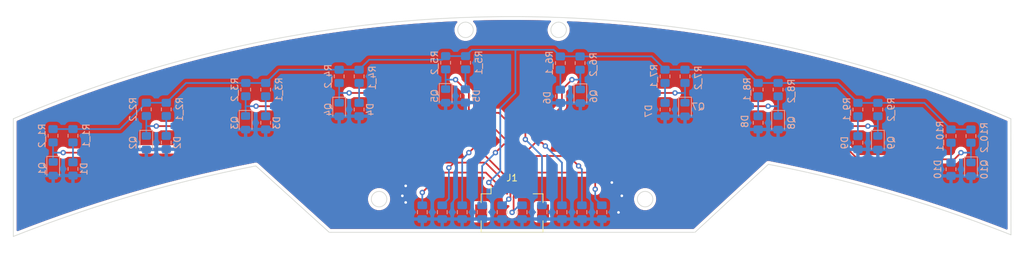
<source format=kicad_pcb>
(kicad_pcb (version 20211014) (generator pcbnew)
  (layers (0 "F.Cu" signal) (31 "B.Cu" signal) (34 "B.Paste" user) (35 "F.Paste" user) (36 "B.SilkS" user "B.Silkscreen") (37 "F.SilkS" user "F.Silkscreen") (38 "B.Mask" user) (39 "F.Mask" user) (44 "Edge.Cuts" user))
  (net 0 "")
  (net 1 "GND")
  (net 2 "IN4")
  (net 3 "IN5")
  (net 4 "IN3")
  (net 5 "IN6")
  (net 6 "IN2")
  (net 7 "IN7")
  (net 8 "IN1")
  (net 9 "IN8")
  (net 10 "IN0")
  (net 11 "IN9")
  (net 12 "Net-(D1-Pad2)")
  (net 13 "Net-(D2-Pad2)")
  (net 14 "Net-(D3-Pad2)")
  (net 15 "Net-(D4-Pad2)")
  (net 16 "Net-(D5-Pad2)")
  (net 17 "Net-(D6-Pad2)")
  (net 18 "Net-(D7-Pad2)")
  (net 19 "Net-(D8-Pad2)")
  (net 20 "Net-(D9-Pad2)")
  (net 21 "Net-(D10-Pad2)")
  (net 22 "+3.3V")
  (footprint "Connector_FFC-FPC:Hirose_FH12-12S-0.5SH_1x12-1MP_P0.50mm_Horizontal" (layer "F.Cu") (at 145 58)
    (fp_text reference "J1" (at 0 -3.7) (layer "F.SilkS"))
    (fp_text value "OUTPUT")
    (pad "1" smd rect (at -2.75 -1.85) (size 0.3 1.3) (layers "F.Cu" "F.Paste" "F.Mask") (net 22 "+3.3V"))
    (pad "2" smd rect (at -2.25 -1.85) (size 0.3 1.3) (layers "F.Cu" "F.Paste" "F.Mask") (net 10 "IN0"))
    (pad "3" smd rect (at -1.75 -1.85) (size 0.3 1.3) (layers "F.Cu" "F.Paste" "F.Mask") (net 8 "IN1"))
    (pad "4" smd rect (at -1.25 -1.85) (size 0.3 1.3) (layers "F.Cu" "F.Paste" "F.Mask") (net 6 "IN2"))
    (pad "5" smd rect (at -0.75 -1.85) (size 0.3 1.3) (layers "F.Cu" "F.Paste" "F.Mask") (net 4 "IN3"))
    (pad "6" smd rect (at -0.25 -1.85) (size 0.3 1.3) (layers "F.Cu" "F.Paste" "F.Mask") (net 2 "IN4"))
    (pad "7" smd rect (at 0.25 -1.85) (size 0.3 1.3) (layers "F.Cu" "F.Paste" "F.Mask") (net 3 "IN5"))
    (pad "8" smd rect (at 0.75 -1.85) (size 0.3 1.3) (layers "F.Cu" "F.Paste" "F.Mask") (net 5 "IN6"))
    (pad "9" smd rect (at 1.25 -1.85) (size 0.3 1.3) (layers "F.Cu" "F.Paste" "F.Mask") (net 7 "IN7"))
    (pad "10" smd rect (at 1.75 -1.85) (size 0.3 1.3) (layers "F.Cu" "F.Paste" "F.Mask") (net 9 "IN8"))
    (pad "11" smd rect (at 2.25 -1.85) (size 0.3 1.3) (layers "F.Cu" "F.Paste" "F.Mask") (net 11 "IN9"))
    (pad "12" smd rect (at 2.75 -1.85) (size 0.3 1.3) (layers "F.Cu" "F.Paste" "F.Mask") (net 1 "GND"))
    (pad "MP" smd rect (at -4.65 1.4) (size 1.8 2.2) (layers "F.Cu" "F.Paste" "F.Mask"))
    (pad "MP" smd rect (at 4.65 1.4) (size 1.8 2.2) (layers "F.Cu" "F.Paste" "F.Mask"))
  )
  (footprint "Resistor_SMD:R_0805_2012Metric_Pad1.20x1.40mm_HandSolder" (layer "B.Cu") (at 78.975 47.947936 -90)
    (fp_text reference "R1_1" (at 0 -2 90) (layer "B.SilkS") (effects (justify mirror)))
    (fp_text value "R330")
    (pad "1" smd roundrect (at -1 0 270) (size 1.2 1.4) (layers "B.Cu" "B.Paste" "B.Mask") (roundrect_rratio 0.2083333333) (net 22 "+3.3V"))
    (pad "2" smd roundrect (at 1 0 270) (size 1.2 1.4) (layers "B.Cu" "B.Paste" "B.Mask") (roundrect_rratio 0.2083333333) (net 12 "Net-(D1-Pad2)"))
  )
  (footprint "LED_SMD:LED_0805_2012Metric_Pad1.15x1.40mm_HandSolder" (layer "B.Cu") (at 135.01 41.95 -90)
    (fp_text reference "Q5" (at 0 1.65 90) (layer "B.SilkS") (effects (justify mirror)))
    (fp_text value "Q_Photo_NPN")
    (pad "1" smd roundrect (at -1.025 0 270) (size 1.15 1.4) (layers "B.Cu" "B.Paste" "B.Mask") (roundrect_rratio 0.2173913043) (net 2 "IN4"))
    (pad "2" smd roundrect (at 1.025 0 270) (size 1.15 1.4) (layers "B.Cu" "B.Paste" "B.Mask") (roundrect_rratio 0.2173913043) (net 1 "GND"))
  )
  (footprint "Resistor_SMD:R_0805_2012Metric_Pad1.20x1.40mm_HandSolder" (layer "B.Cu") (at 197 44 -90)
    (fp_text reference "R9_1" (at 0 1.65 90) (layer "B.SilkS") (effects (justify mirror)))
    (fp_text value "R330")
    (pad "1" smd roundrect (at -1 0 270) (size 1.2 1.4) (layers "B.Cu" "B.Paste" "B.Mask") (roundrect_rratio 0.2083333333) (net 22 "+3.3V"))
    (pad "2" smd roundrect (at 1 0 270) (size 1.2 1.4) (layers "B.Cu" "B.Paste" "B.Mask") (roundrect_rratio 0.2083333333) (net 20 "Net-(D9-Pad2)"))
  )
  (footprint "Resistor_SMD:R_0805_2012Metric_Pad1.20x1.40mm_HandSolder" (layer "B.Cu") (at 93 43.975 -90)
    (fp_text reference "R2_1" (at 0 -2 90) (layer "B.SilkS") (effects (justify mirror)))
    (fp_text value "R330")
    (pad "1" smd roundrect (at -1 0 270) (size 1.2 1.4) (layers "B.Cu" "B.Paste" "B.Mask") (roundrect_rratio 0.2083333333) (net 22 "+3.3V"))
    (pad "2" smd roundrect (at 1 0 270) (size 1.2 1.4) (layers "B.Cu" "B.Paste" "B.Mask") (roundrect_rratio 0.2083333333) (net 13 "Net-(D2-Pad2)"))
  )
  (footprint "Resistor_SMD:R_0805_2012Metric_Pad1.20x1.40mm_HandSolder" (layer "B.Cu") (at 75.975 47.947936 -90)
    (fp_text reference "R1_2" (at 0 1.65 90) (layer "B.SilkS") (effects (justify mirror)))
    (fp_text value "R330")
    (pad "1" smd roundrect (at -1 0 270) (size 1.2 1.4) (layers "B.Cu" "B.Paste" "B.Mask") (roundrect_rratio 0.2083333333) (net 22 "+3.3V"))
    (pad "2" smd roundrect (at 1 0 270) (size 1.2 1.4) (layers "B.Cu" "B.Paste" "B.Mask") (roundrect_rratio 0.2083333333) (net 10 "IN0"))
  )
  (footprint "LED_SMD:LED_0805_2012Metric_Pad1.15x1.40mm_HandSolder" (layer "B.Cu") (at 200 49 -90)
    (fp_text reference "Q9" (at 0 -2 90) (layer "B.SilkS") (effects (justify mirror)))
    (fp_text value "Q_Photo_NPN")
    (pad "1" smd roundrect (at -1.025 0 270) (size 1.15 1.4) (layers "B.Cu" "B.Paste" "B.Mask") (roundrect_rratio 0.2173913043) (net 9 "IN8"))
    (pad "2" smd roundrect (at 1.025 0 270) (size 1.15 1.4) (layers "B.Cu" "B.Paste" "B.Mask") (roundrect_rratio 0.2173913043) (net 1 "GND"))
  )
  (footprint "Resistor_SMD:R_0805_2012Metric_Pad1.20x1.40mm_HandSolder" (layer "B.Cu") (at 78.975 52.947936 90)
    (fp_text reference "D1" (at 0 1.65 90) (layer "B.SilkS") (effects (justify mirror)))
    (fp_text value "LED")
    (pad "1" smd roundrect (at -1 0 90) (size 1.2 1.4) (layers "B.Cu" "B.Paste" "B.Mask") (roundrect_rratio 0.2083333333) (net 1 "GND"))
    (pad "2" smd roundrect (at 1 0 90) (size 1.2 1.4) (layers "B.Cu" "B.Paste" "B.Mask") (roundrect_rratio 0.2083333333) (net 12 "Net-(D1-Pad2)"))
  )
  (footprint "Resistor_SMD:R_0805_2012Metric_Pad1.20x1.40mm_HandSolder" (layer "B.Cu") (at 171 39 -90)
    (fp_text reference "R7_2" (at 0.227064 -2 90) (layer "B.SilkS") (effects (justify mirror)))
    (fp_text value "R330")
    (pad "1" smd roundrect (at -1 0 270) (size 1.2 1.4) (layers "B.Cu" "B.Paste" "B.Mask") (roundrect_rratio 0.2083333333) (net 22 "+3.3V"))
    (pad "2" smd roundrect (at 1 0 270) (size 1.2 1.4) (layers "B.Cu" "B.Paste" "B.Mask") (roundrect_rratio 0.2083333333) (net 5 "IN6"))
  )
  (footprint "LED_SMD:LED_0805_2012Metric_Pad1.15x1.40mm_HandSolder" (layer "B.Cu") (at 90 49 -90)
    (fp_text reference "Q2" (at 0 2 90) (layer "B.SilkS") (effects (justify mirror)))
    (fp_text value "Q_Photo_NPN")
    (pad "1" smd roundrect (at -1.025 0 270) (size 1.15 1.4) (layers "B.Cu" "B.Paste" "B.Mask") (roundrect_rratio 0.2173913043) (net 8 "IN1"))
    (pad "2" smd roundrect (at 1.025 0 270) (size 1.15 1.4) (layers "B.Cu" "B.Paste" "B.Mask") (roundrect_rratio 0.2173913043) (net 1 "GND"))
  )
  (footprint "Resistor_SMD:R_0805_2012Metric_Pad1.20x1.40mm_HandSolder" (layer "B.Cu") (at 138.01 36.95 -90)
    (fp_text reference "R5_1" (at 0 -2 90) (layer "B.SilkS") (effects (justify mirror)))
    (fp_text value "R330")
    (pad "1" smd roundrect (at -1 0 270) (size 1.2 1.4) (layers "B.Cu" "B.Paste" "B.Mask") (roundrect_rratio 0.2083333333) (net 22 "+3.3V"))
    (pad "2" smd roundrect (at 1 0 270) (size 1.2 1.4) (layers "B.Cu" "B.Paste" "B.Mask") (roundrect_rratio 0.2083333333) (net 16 "Net-(D5-Pad2)"))
  )
  (footprint "Capacitor_SMD:C_0805_2012Metric_Pad1.18x1.45mm_HandSolder" (layer "B.Cu") (at 158.5 59.4625 -90)
    (fp_text reference "C10" hide)
    (fp_text value "10n")
    (pad "1" smd roundrect (at -1.0375 0 270) (size 1.175 1.45) (layers "B.Cu" "B.Paste" "B.Mask") (roundrect_rratio 0.2127659574) (net 11 "IN9"))
    (pad "2" smd roundrect (at 1.0375 0 270) (size 1.175 1.45) (layers "B.Cu" "B.Paste" "B.Mask") (roundrect_rratio 0.2127659574) (net 1 "GND"))
  )
  (footprint "Resistor_SMD:R_0805_2012Metric_Pad1.20x1.40mm_HandSolder" (layer "B.Cu") (at 107.95 41 -90)
    (fp_text reference "R3_1" (at 0 -2 90) (layer "B.SilkS") (effects (justify mirror)))
    (fp_text value "R330")
    (pad "1" smd roundrect (at -1 0 270) (size 1.2 1.4) (layers "B.Cu" "B.Paste" "B.Mask") (roundrect_rratio 0.2083333333) (net 22 "+3.3V"))
    (pad "2" smd roundrect (at 1 0 270) (size 1.2 1.4) (layers "B.Cu" "B.Paste" "B.Mask") (roundrect_rratio 0.2083333333) (net 14 "Net-(D3-Pad2)"))
  )
  (footprint "Resistor_SMD:R_0805_2012Metric_Pad1.20x1.40mm_HandSolder" (layer "B.Cu") (at 182 41 -90)
    (fp_text reference "R8_1" (at 0 1.65 90) (layer "B.SilkS") (effects (justify mirror)))
    (fp_text value "R330")
    (pad "1" smd roundrect (at -1 0 270) (size 1.2 1.4) (layers "B.Cu" "B.Paste" "B.Mask") (roundrect_rratio 0.2083333333) (net 22 "+3.3V"))
    (pad "2" smd roundrect (at 1 0 270) (size 1.2 1.4) (layers "B.Cu" "B.Paste" "B.Mask") (roundrect_rratio 0.2083333333) (net 19 "Net-(D8-Pad2)"))
  )
  (footprint "LED_SMD:LED_0805_2012Metric_Pad1.15x1.40mm_HandSolder" (layer "B.Cu") (at 185 46 -90)
    (fp_text reference "Q8" (at 0 -2 90) (layer "B.SilkS") (effects (justify mirror)))
    (fp_text value "Q_Photo_NPN")
    (pad "1" smd roundrect (at -1.025 0 270) (size 1.15 1.4) (layers "B.Cu" "B.Paste" "B.Mask") (roundrect_rratio 0.2173913043) (net 7 "IN7"))
    (pad "2" smd roundrect (at 1.025 0 270) (size 1.15 1.4) (layers "B.Cu" "B.Paste" "B.Mask") (roundrect_rratio 0.2173913043) (net 1 "GND"))
  )
  (footprint "Capacitor_SMD:C_0805_2012Metric_Pad1.18x1.45mm_HandSolder" (layer "B.Cu") (at 152.5 59.4625 -90)
    (fp_text reference "C8" hide)
    (fp_text value "10n")
    (pad "1" smd roundrect (at -1.0375 0 270) (size 1.175 1.45) (layers "B.Cu" "B.Paste" "B.Mask") (roundrect_rratio 0.2127659574) (net 7 "IN7"))
    (pad "2" smd roundrect (at 1.0375 0 270) (size 1.175 1.45) (layers "B.Cu" "B.Paste" "B.Mask") (roundrect_rratio 0.2127659574) (net 1 "GND"))
  )
  (footprint "Resistor_SMD:R_0805_2012Metric_Pad1.20x1.40mm_HandSolder" (layer "B.Cu") (at 135.01 36.95 -90)
    (fp_text reference "R5_2" (at 0 1.65 90) (layer "B.SilkS") (effects (justify mirror)))
    (fp_text value "R330")
    (pad "1" smd roundrect (at -1 0 270) (size 1.2 1.4) (layers "B.Cu" "B.Paste" "B.Mask") (roundrect_rratio 0.2083333333) (net 22 "+3.3V"))
    (pad "2" smd roundrect (at 1 0 270) (size 1.2 1.4) (layers "B.Cu" "B.Paste" "B.Mask") (roundrect_rratio 0.2083333333) (net 2 "IN4"))
  )
  (footprint "Resistor_SMD:R_0805_2012Metric_Pad1.20x1.40mm_HandSolder" (layer "B.Cu") (at 168 39 -90)
    (fp_text reference "R7_1" (at 0 1.65 90) (layer "B.SilkS") (effects (justify mirror)))
    (fp_text value "R330")
    (pad "1" smd roundrect (at -1 0 270) (size 1.2 1.4) (layers "B.Cu" "B.Paste" "B.Mask") (roundrect_rratio 0.2083333333) (net 22 "+3.3V"))
    (pad "2" smd roundrect (at 1 0 270) (size 1.2 1.4) (layers "B.Cu" "B.Paste" "B.Mask") (roundrect_rratio 0.2083333333) (net 18 "Net-(D7-Pad2)"))
  )
  (footprint "Capacitor_SMD:C_0805_2012Metric_Pad1.18x1.45mm_HandSolder" (layer "B.Cu") (at 155.5 59.4625 -90)
    (fp_text reference "C9" hide)
    (fp_text value "10n")
    (pad "1" smd roundrect (at -1.0375 0 270) (size 1.175 1.45) (layers "B.Cu" "B.Paste" "B.Mask") (roundrect_rratio 0.2127659574) (net 9 "IN8"))
    (pad "2" smd roundrect (at 1.0375 0 270) (size 1.175 1.45) (layers "B.Cu" "B.Paste" "B.Mask") (roundrect_rratio 0.2127659574) (net 1 "GND"))
  )
  (footprint "Resistor_SMD:R_0805_2012Metric_Pad1.20x1.40mm_HandSolder" (layer "B.Cu") (at 197 49 90)
    (fp_text reference "D9" (at 0 -2 90) (layer "B.SilkS") (effects (justify mirror)))
    (fp_text value "LED")
    (pad "1" smd roundrect (at -1 0 90) (size 1.2 1.4) (layers "B.Cu" "B.Paste" "B.Mask") (roundrect_rratio 0.2083333333) (net 1 "GND"))
    (pad "2" smd roundrect (at 1 0 90) (size 1.2 1.4) (layers "B.Cu" "B.Paste" "B.Mask") (roundrect_rratio 0.2083333333) (net 20 "Net-(D9-Pad2)"))
  )
  (footprint "Capacitor_SMD:C_0805_2012Metric_Pad1.18x1.45mm_HandSolder" (layer "B.Cu") (at 140.5 59.4625 -90)
    (fp_text reference "C4" hide)
    (fp_text value "10n")
    (pad "1" smd roundrect (at -1.0375 0 270) (size 1.175 1.45) (layers "B.Cu" "B.Paste" "B.Mask") (roundrect_rratio 0.2127659574) (net 4 "IN3"))
    (pad "2" smd roundrect (at 1.0375 0 270) (size 1.175 1.45) (layers "B.Cu" "B.Paste" "B.Mask") (roundrect_rratio 0.2127659574) (net 1 "GND"))
  )
  (footprint "Resistor_SMD:R_0805_2012Metric_Pad1.20x1.40mm_HandSolder" (layer "B.Cu") (at 185 41 -90)
    (fp_text reference "R8_2" (at 0.227064 -2 90) (layer "B.SilkS") (effects (justify mirror)))
    (fp_text value "R330")
    (pad "1" smd roundrect (at -1 0 270) (size 1.2 1.4) (layers "B.Cu" "B.Paste" "B.Mask") (roundrect_rratio 0.2083333333) (net 22 "+3.3V"))
    (pad "2" smd roundrect (at 1 0 270) (size 1.2 1.4) (layers "B.Cu" "B.Paste" "B.Mask") (roundrect_rratio 0.2083333333) (net 7 "IN7"))
  )
  (footprint "LED_SMD:LED_0805_2012Metric_Pad1.15x1.40mm_HandSolder" (layer "B.Cu") (at 119 44 -90)
    (fp_text reference "Q4" (at 0 1.65 90) (layer "B.SilkS") (effects (justify mirror)))
    (fp_text value "Q_Photo_NPN")
    (pad "1" smd roundrect (at -1.025 0 270) (size 1.15 1.4) (layers "B.Cu" "B.Paste" "B.Mask") (roundrect_rratio 0.2173913043) (net 4 "IN3"))
    (pad "2" smd roundrect (at 1.025 0 270) (size 1.15 1.4) (layers "B.Cu" "B.Paste" "B.Mask") (roundrect_rratio 0.2173913043) (net 1 "GND"))
  )
  (footprint "Resistor_SMD:R_0805_2012Metric_Pad1.20x1.40mm_HandSolder" (layer "B.Cu") (at 104.95 41 -90)
    (fp_text reference "R3_2" (at 0 1.65 90) (layer "B.SilkS") (effects (justify mirror)))
    (fp_text value "R330")
    (pad "1" smd roundrect (at -1 0 270) (size 1.2 1.4) (layers "B.Cu" "B.Paste" "B.Mask") (roundrect_rratio 0.2083333333) (net 22 "+3.3V"))
    (pad "2" smd roundrect (at 1 0 270) (size 1.2 1.4) (layers "B.Cu" "B.Paste" "B.Mask") (roundrect_rratio 0.2083333333) (net 6 "IN2"))
  )
  (footprint "Resistor_SMD:R_0805_2012Metric_Pad1.20x1.40mm_HandSolder" (layer "B.Cu") (at 211 48 -90)
    (fp_text reference "R10_1" (at 0 1.65 90) (layer "B.SilkS") (effects (justify mirror)))
    (fp_text value "R330")
    (pad "1" smd roundrect (at -1 0 270) (size 1.2 1.4) (layers "B.Cu" "B.Paste" "B.Mask") (roundrect_rratio 0.2083333333) (net 22 "+3.3V"))
    (pad "2" smd roundrect (at 1 0 270) (size 1.2 1.4) (layers "B.Cu" "B.Paste" "B.Mask") (roundrect_rratio 0.2083333333) (net 21 "Net-(D10-Pad2)"))
  )
  (footprint "Capacitor_SMD:C_0805_2012Metric_Pad1.18x1.45mm_HandSolder" (layer "B.Cu") (at 146.5 59.4625 -90)
    (fp_text reference "C6" hide)
    (fp_text value "10n")
    (pad "1" smd roundrect (at -1.0375 0 270) (size 1.175 1.45) (layers "B.Cu" "B.Paste" "B.Mask") (roundrect_rratio 0.2127659574) (net 3 "IN5"))
    (pad "2" smd roundrect (at 1.0375 0 270) (size 1.175 1.45) (layers "B.Cu" "B.Paste" "B.Mask") (roundrect_rratio 0.2127659574) (net 1 "GND"))
  )
  (footprint "LED_SMD:LED_0805_2012Metric_Pad1.15x1.40mm_HandSolder" (layer "B.Cu") (at 155.265 42 -90)
    (fp_text reference "Q6" (at 0 -2 90) (layer "B.SilkS") (effects (justify mirror)))
    (fp_text value "Q_Photo_NPN")
    (pad "1" smd roundrect (at -1.025 0 270) (size 1.15 1.4) (layers "B.Cu" "B.Paste" "B.Mask") (roundrect_rratio 0.2173913043) (net 3 "IN5"))
    (pad "2" smd roundrect (at 1.025 0 270) (size 1.15 1.4) (layers "B.Cu" "B.Paste" "B.Mask") (roundrect_rratio 0.2173913043) (net 1 "GND"))
  )
  (footprint "LED_SMD:LED_0805_2012Metric_Pad1.15x1.40mm_HandSolder" (layer "B.Cu") (at 171 44 -90)
    (fp_text reference "Q7" (at -0.43 -2) (layer "B.SilkS") (effects (justify mirror)))
    (fp_text value "Q_Photo_NPN")
    (pad "1" smd roundrect (at -1.025 0 270) (size 1.15 1.4) (layers "B.Cu" "B.Paste" "B.Mask") (roundrect_rratio 0.2173913043) (net 5 "IN6"))
    (pad "2" smd roundrect (at 1.025 0 270) (size 1.15 1.4) (layers "B.Cu" "B.Paste" "B.Mask") (roundrect_rratio 0.2173913043) (net 1 "GND"))
  )
  (footprint "Resistor_SMD:R_0805_2012Metric_Pad1.20x1.40mm_HandSolder" (layer "B.Cu") (at 200 44 -90)
    (fp_text reference "R9_2" (at 0 -2 90) (layer "B.SilkS") (effects (justify mirror)))
    (fp_text value "R330")
    (pad "1" smd roundrect (at -1 0 270) (size 1.2 1.4) (layers "B.Cu" "B.Paste" "B.Mask") (roundrect_rratio 0.2083333333) (net 22 "+3.3V"))
    (pad "2" smd roundrect (at 1 0 270) (size 1.2 1.4) (layers "B.Cu" "B.Paste" "B.Mask") (roundrect_rratio 0.2083333333) (net 9 "IN8"))
  )
  (footprint "Capacitor_SMD:C_0805_2012Metric_Pad1.18x1.45mm_HandSolder" (layer "B.Cu") (at 131.5 59.4625 -90)
    (fp_text reference "C1" hide)
    (fp_text value "10n")
    (pad "1" smd roundrect (at -1.0375 0 270) (size 1.175 1.45) (layers "B.Cu" "B.Paste" "B.Mask") (roundrect_rratio 0.2127659574) (net 10 "IN0"))
    (pad "2" smd roundrect (at 1.0375 0 270) (size 1.175 1.45) (layers "B.Cu" "B.Paste" "B.Mask") (roundrect_rratio 0.2127659574) (net 1 "GND"))
  )
  (footprint "Capacitor_SMD:C_0805_2012Metric_Pad1.18x1.45mm_HandSolder" (layer "B.Cu") (at 134.5 59.4625 -90)
    (fp_text reference "C2" hide)
    (fp_text value "10n")
    (pad "1" smd roundrect (at -1.0375 0 270) (size 1.175 1.45) (layers "B.Cu" "B.Paste" "B.Mask") (roundrect_rratio 0.2127659574) (net 8 "IN1"))
    (pad "2" smd roundrect (at 1.0375 0 270) (size 1.175 1.45) (layers "B.Cu" "B.Paste" "B.Mask") (roundrect_rratio 0.2127659574) (net 1 "GND"))
  )
  (footprint "Resistor_SMD:R_0805_2012Metric_Pad1.20x1.40mm_HandSolder" (layer "B.Cu") (at 90 43.975 -90)
    (fp_text reference "R2_2" (at 0 2 90) (layer "B.SilkS") (effects (justify mirror)))
    (fp_text value "R330")
    (pad "1" smd roundrect (at -1 0 270) (size 1.2 1.4) (layers "B.Cu" "B.Paste" "B.Mask") (roundrect_rratio 0.2083333333) (net 22 "+3.3V"))
    (pad "2" smd roundrect (at 1 0 270) (size 1.2 1.4) (layers "B.Cu" "B.Paste" "B.Mask") (roundrect_rratio 0.2083333333) (net 8 "IN1"))
  )
  (footprint "LED_SMD:LED_0805_2012Metric_Pad1.15x1.40mm_HandSolder" (layer "B.Cu") (at 104.935 46 -90)
    (fp_text reference "Q3" (at 0 1.65 90) (layer "B.SilkS") (effects (justify mirror)))
    (fp_text value "Q_Photo_NPN")
    (pad "1" smd roundrect (at -1.025 0 270) (size 1.15 1.4) (layers "B.Cu" "B.Paste" "B.Mask") (roundrect_rratio 0.2173913043) (net 6 "IN2"))
    (pad "2" smd roundrect (at 1.025 0 270) (size 1.15 1.4) (layers "B.Cu" "B.Paste" "B.Mask") (roundrect_rratio 0.2173913043) (net 1 "GND"))
  )
  (footprint "Resistor_SMD:R_0805_2012Metric_Pad1.20x1.40mm_HandSolder" (layer "B.Cu") (at 152.265 42 90)
    (fp_text reference "D6" (at -0.227064 -2 90) (layer "B.SilkS") (effects (justify mirror)))
    (fp_text value "LED")
    (pad "1" smd roundrect (at -1 0 90) (size 1.2 1.4) (layers "B.Cu" "B.Paste" "B.Mask") (roundrect_rratio 0.2083333333) (net 1 "GND"))
    (pad "2" smd roundrect (at 1 0 90) (size 1.2 1.4) (layers "B.Cu" "B.Paste" "B.Mask") (roundrect_rratio 0.2083333333) (net 17 "Net-(D6-Pad2)"))
  )
  (footprint "Capacitor_SMD:C_0805_2012Metric_Pad1.18x1.45mm_HandSolder" (layer "B.Cu") (at 137.5 59.4625 -90)
    (fp_text reference "C3" hide)
    (fp_text value "10n")
    (pad "1" smd roundrect (at -1.0375 0 270) (size 1.175 1.45) (layers "B.Cu" "B.Paste" "B.Mask") (roundrect_rratio 0.2127659574) (net 6 "IN2"))
    (pad "2" smd roundrect (at 1.0375 0 270) (size 1.175 1.45) (layers "B.Cu" "B.Paste" "B.Mask") (roundrect_rratio 0.2127659574) (net 1 "GND"))
  )
  (footprint "LED_SMD:LED_0805_2012Metric_Pad1.15x1.40mm_HandSolder" (layer "B.Cu") (at 214 53 -90)
    (fp_text reference "Q10" (at 0.025 -2 90) (layer "B.SilkS") (effects (justify mirror)))
    (fp_text value "Q_Photo_NPN")
    (pad "1" smd roundrect (at -1.025 0 270) (size 1.15 1.4) (layers "B.Cu" "B.Paste" "B.Mask") (roundrect_rratio 0.2173913043) (net 11 "IN9"))
    (pad "2" smd roundrect (at 1.025 0 270) (size 1.15 1.4) (layers "B.Cu" "B.Paste" "B.Mask") (roundrect_rratio 0.2173913043) (net 1 "GND"))
  )
  (footprint "LED_SMD:LED_0805_2012Metric_Pad1.15x1.40mm_HandSolder" (layer "B.Cu") (at 76 52.922936 -90)
    (fp_text reference "Q1" (at 0 1.65 90) (layer "B.SilkS") (effects (justify mirror)))
    (fp_text value "Q_Photo_NPN")
    (pad "1" smd roundrect (at -1.025 0 270) (size 1.15 1.4) (layers "B.Cu" "B.Paste" "B.Mask") (roundrect_rratio 0.2173913043) (net 10 "IN0"))
    (pad "2" smd roundrect (at 1.025 0 270) (size 1.15 1.4) (layers "B.Cu" "B.Paste" "B.Mask") (roundrect_rratio 0.2173913043) (net 1 "GND"))
  )
  (footprint "Resistor_SMD:R_0805_2012Metric_Pad1.20x1.40mm_HandSolder" (layer "B.Cu") (at 119 39 -90)
    (fp_text reference "R4_2" (at 0 1.65 90) (layer "B.SilkS") (effects (justify mirror)))
    (fp_text value "R330")
    (pad "1" smd roundrect (at -1 0 270) (size 1.2 1.4) (layers "B.Cu" "B.Paste" "B.Mask") (roundrect_rratio 0.2083333333) (net 22 "+3.3V"))
    (pad "2" smd roundrect (at 1 0 270) (size 1.2 1.4) (layers "B.Cu" "B.Paste" "B.Mask") (roundrect_rratio 0.2083333333) (net 4 "IN3"))
  )
  (footprint "Capacitor_SMD:C_0805_2012Metric_Pad1.18x1.45mm_HandSolder" (layer "B.Cu") (at 143.5 59.4625 90)
    (fp_text reference "C5" hide)
    (fp_text value "10n")
    (pad "1" smd roundrect (at -1.0375 0 90) (size 1.175 1.45) (layers "B.Cu" "B.Paste" "B.Mask") (roundrect_rratio 0.2127659574) (net 1 "GND"))
    (pad "2" smd roundrect (at 1.0375 0 90) (size 1.175 1.45) (layers "B.Cu" "B.Paste" "B.Mask") (roundrect_rratio 0.2127659574) (net 2 "IN4"))
  )
  (footprint "Resistor_SMD:R_0805_2012Metric_Pad1.20x1.40mm_HandSolder" (layer "B.Cu") (at 168 44 90)
    (fp_text reference "D7" (at -0.227064 -2.47 90) (layer "B.SilkS") (effects (justify mirror)))
    (fp_text value "LED")
    (pad "1" smd roundrect (at -1 0 90) (size 1.2 1.4) (layers "B.Cu" "B.Paste" "B.Mask") (roundrect_rratio 0.2083333333) (net 1 "GND"))
    (pad "2" smd roundrect (at 1 0 90) (size 1.2 1.4) (layers "B.Cu" "B.Paste" "B.Mask") (roundrect_rratio 0.2083333333) (net 18 "Net-(D7-Pad2)"))
  )
  (footprint "Resistor_SMD:R_0805_2012Metric_Pad1.20x1.40mm_HandSolder" (layer "B.Cu") (at 122 44 90)
    (fp_text reference "D4" (at 0 1.65 90) (layer "B.SilkS") (effects (justify mirror)))
    (fp_text value "LED")
    (pad "1" smd roundrect (at -1 0 90) (size 1.2 1.4) (layers "B.Cu" "B.Paste" "B.Mask") (roundrect_rratio 0.2083333333) (net 1 "GND"))
    (pad "2" smd roundrect (at 1 0 90) (size 1.2 1.4) (layers "B.Cu" "B.Paste" "B.Mask") (roundrect_rratio 0.2083333333) (net 15 "Net-(D4-Pad2)"))
  )
  (footprint "Resistor_SMD:R_0805_2012Metric_Pad1.20x1.40mm_HandSolder" (layer "B.Cu") (at 155.225 37 -90)
    (fp_text reference "R6_2" (at 0.227064 -2 90) (layer "B.SilkS") (effects (justify mirror)))
    (fp_text value "R330")
    (pad "1" smd roundrect (at -1 0 270) (size 1.2 1.4) (layers "B.Cu" "B.Paste" "B.Mask") (roundrect_rratio 0.2083333333) (net 22 "+3.3V"))
    (pad "2" smd roundrect (at 1 0 270) (size 1.2 1.4) (layers "B.Cu" "B.Paste" "B.Mask") (roundrect_rratio 0.2083333333) (net 3 "IN5"))
  )
  (footprint "Resistor_SMD:R_0805_2012Metric_Pad1.20x1.40mm_HandSolder" (layer "B.Cu") (at 107.95 46 90)
    (fp_text reference "D3" (at 0 1.65 90) (layer "B.SilkS") (effects (justify mirror)))
    (fp_text value "LED")
    (pad "1" smd roundrect (at -1 0 90) (size 1.2 1.4) (layers "B.Cu" "B.Paste" "B.Mask") (roundrect_rratio 0.2083333333) (net 1 "GND"))
    (pad "2" smd roundrect (at 1 0 90) (size 1.2 1.4) (layers "B.Cu" "B.Paste" "B.Mask") (roundrect_rratio 0.2083333333) (net 14 "Net-(D3-Pad2)"))
  )
  (footprint "Resistor_SMD:R_0805_2012Metric_Pad1.20x1.40mm_HandSolder" (layer "B.Cu") (at 137.985 41.95 90)
    (fp_text reference "D5" (at 0 1.65 90) (layer "B.SilkS") (effects (justify mirror)))
    (fp_text value "LED")
    (pad "1" smd roundrect (at -1 0 90) (size 1.2 1.4) (layers "B.Cu" "B.Paste" "B.Mask") (roundrect_rratio 0.2083333333) (net 1 "GND"))
    (pad "2" smd roundrect (at 1 0 90) (size 1.2 1.4) (layers "B.Cu" "B.Paste" "B.Mask") (roundrect_rratio 0.2083333333) (net 16 "Net-(D5-Pad2)"))
  )
  (footprint "Resistor_SMD:R_0805_2012Metric_Pad1.20x1.40mm_HandSolder" (layer "B.Cu") (at 122 39 -90)
    (fp_text reference "R4_1" (at 0.227064 -2 90) (layer "B.SilkS") (effects (justify mirror)))
    (fp_text value "330")
    (pad "1" smd roundrect (at -1 0 270) (size 1.2 1.4) (layers "B.Cu" "B.Paste" "B.Mask") (roundrect_rratio 0.2083333333) (net 22 "+3.3V"))
    (pad "2" smd roundrect (at 1 0 270) (size 1.2 1.4) (layers "B.Cu" "B.Paste" "B.Mask") (roundrect_rratio 0.2083333333) (net 15 "Net-(D4-Pad2)"))
  )
  (footprint "Resistor_SMD:R_0805_2012Metric_Pad1.20x1.40mm_HandSolder" (layer "B.Cu") (at 93 48.975 90)
    (fp_text reference "D2" (at 0 1.65 90) (layer "B.SilkS") (effects (justify mirror)))
    (fp_text value "LED")
    (pad "1" smd roundrect (at -1 0 90) (size 1.2 1.4) (layers "B.Cu" "B.Paste" "B.Mask") (roundrect_rratio 0.2083333333) (net 1 "GND"))
    (pad "2" smd roundrect (at 1 0 90) (size 1.2 1.4) (layers "B.Cu" "B.Paste" "B.Mask") (roundrect_rratio 0.2083333333) (net 13 "Net-(D2-Pad2)"))
  )
  (footprint "Resistor_SMD:R_0805_2012Metric_Pad1.20x1.40mm_HandSolder" (layer "B.Cu") (at 211 53 90)
    (fp_text reference "D10" (at 0 -2 90) (layer "B.SilkS") (effects (justify mirror)))
    (fp_text value "LED")
    (pad "1" smd roundrect (at -1 0 90) (size 1.2 1.4) (layers "B.Cu" "B.Paste" "B.Mask") (roundrect_rratio 0.2083333333) (net 1 "GND"))
    (pad "2" smd roundrect (at 1 0 90) (size 1.2 1.4) (layers "B.Cu" "B.Paste" "B.Mask") (roundrect_rratio 0.2083333333) (net 21 "Net-(D10-Pad2)"))
  )
  (footprint "Resistor_SMD:R_0805_2012Metric_Pad1.20x1.40mm_HandSolder" (layer "B.Cu") (at 152.265 37 -90)
    (fp_text reference "R6_1" (at 0 1.65 90) (layer "B.SilkS") (effects (justify mirror)))
    (fp_text value "R330")
    (pad "1" smd roundrect (at -1 0 270) (size 1.2 1.4) (layers "B.Cu" "B.Paste" "B.Mask") (roundrect_rratio 0.2083333333) (net 22 "+3.3V"))
    (pad "2" smd roundrect (at 1 0 270) (size 1.2 1.4) (layers "B.Cu" "B.Paste" "B.Mask") (roundrect_rratio 0.2083333333) (net 17 "Net-(D6-Pad2)"))
  )
  (footprint "Resistor_SMD:R_0805_2012Metric_Pad1.20x1.40mm_HandSolder" (layer "B.Cu") (at 214 48 -90)
    (fp_text reference "R10_2" (at 0.227064 -2 90) (layer "B.SilkS") (effects (justify mirror)))
    (fp_text value "R330")
    (pad "1" smd roundrect (at -1 0 270) (size 1.2 1.4) (layers "B.Cu" "B.Paste" "B.Mask") (roundrect_rratio 0.2083333333) (net 22 "+3.3V"))
    (pad "2" smd roundrect (at 1 0 270) (size 1.2 1.4) (layers "B.Cu" "B.Paste" "B.Mask") (roundrect_rratio 0.2083333333) (net 11 "IN9"))
  )
  (footprint "Resistor_SMD:R_0805_2012Metric_Pad1.20x1.40mm_HandSolder" (layer "B.Cu") (at 182 46 90)
    (fp_text reference "D8" (at 0.227064 -2 90) (layer "B.SilkS") (effects (justify mirror)))
    (fp_text value "LED")
    (pad "1" smd roundrect (at -1 0 90) (size 1.2 1.4) (layers "B.Cu" "B.Paste" "B.Mask") (roundrect_rratio 0.2083333333) (net 1 "GND"))
    (pad "2" smd roundrect (at 1 0 90) (size 1.2 1.4) (layers "B.Cu" "B.Paste" "B.Mask") (roundrect_rratio 0.2083333333) (net 19 "Net-(D8-Pad2)"))
  )
  (footprint "Capacitor_SMD:C_0805_2012Metric_Pad1.18x1.45mm_HandSolder" (layer "B.Cu") (at 149.5 59.4625 -90)
    (fp_text reference "C7" hide)
    (fp_text value "10n")
    (pad "1" smd roundrect (at -1.0375 0 270) (size 1.175 1.45) (layers "B.Cu" "B.Paste" "B.Mask") (roundrect_rratio 0.2127659574) (net 5 "IN6"))
    (pad "2" smd roundrect (at 1.0375 0 270) (size 1.175 1.45) (layers "B.Cu" "B.Paste" "B.Mask") (roundrect_rratio 0.2127659574) (net 1 "GND"))
  )
  (gr_line (start 117.5 62.5) (end 172.5 62.5) (layer "Edge.Cuts") (width 0.1))
  (gr_circle (center 152 32) (end 152.053 30.837) (layer "Edge.Cuts") (width 0.1) (fill none))
  (gr_arc (start 183.541447 52.25508) (mid 202.027675 56.716151) (end 220.017947 62.879909) (layer "Edge.Cuts") (width 0.1))
  (gr_circle (center 138 32) (end 138.053 30.837) (layer "Edge.Cuts") (width 0.1) (fill none))
  (gr_arc (start 70 63.124829) (mid 87.990272 56.961071) (end 106.4765 52.5) (layer "Edge.Cuts") (width 0.1))
  (gr_line (start 172.5 62.5) (end 183.541447 52.25508) (layer "Edge.Cuts") (width 0.1))
  (gr_circle (center 165 57.5) (end 165.053 56.337) (layer "Edge.Cuts") (width 0.1) (fill none))
  (gr_line (start 70 63.124829) (end 70 45.394328) (layer "Edge.Cuts") (width 0.1))
  (gr_line (start 117.5 62.5) (end 106.4765 52.5) (layer "Edge.Cuts") (width 0.1))
  (gr_line (start 220.017947 62.879909) (end 220 45.394328) (layer "Edge.Cuts") (width 0.1))
  (gr_arc (start 70 45.394328) (mid 145 30) (end 220 45.394328) (layer "Edge.Cuts") (width 0.1))
  (gr_circle (center 125 57.5) (end 125.053 56.337) (layer "Edge.Cuts") (width 0.1) (fill none))
  (segment (start 147.75 56.15) (end 147.75 55.75) (width 0.257) (layer "F.Cu") (net 1))
  (segment (start 129 57.5) (end 128.5 57) (width 0.257) (layer "F.Cu") (net 1))
  (segment (start 147.75 56.15) (end 150.15 56.15) (width 0.257) (layer "F.Cu") (net 1))
  (segment (start 151 57) (end 161.5 57) (width 0.257) (layer "F.Cu") (net 1))
  (segment (start 147.75 55.75) (end 148.5 55) (width 0.257) (layer "F.Cu") (net 1))
  (segment (start 150.15 56.15) (end 151 57) (width 0.257) (layer "F.Cu") (net 1))
  (segment (start 129 58) (end 129 57.5) (width 0.257) (layer "F.Cu") (net 1))
  (via (at 128.5 57) (size 0.8) (drill 0.4) (layers "F.Cu" "B.Cu") (net 1))
  (via (at 129 58) (size 0.8) (drill 0.4) (layers "F.Cu" "B.Cu") (net 1))
  (via (at 129 55.5) (size 0.8) (drill 0.4) (layers "F.Cu" "B.Cu") (net 1))
  (via (at 161 59.5) (size 0.8) (drill 0.4) (layers "F.Cu" "B.Cu") (net 1))
  (via (at 161.5 57) (size 0.8) (drill 0.4) (layers "F.Cu" "B.Cu") (net 1))
  (via (at 160 55) (size 0.8) (drill 0.4) (layers "F.Cu" "B.Cu") (net 1))
  (segment (start 130 60.5) (end 129 59.5) (width 0.257) (layer "B.Cu") (net 1))
  (segment (start 161.5 57) (end 161.5 59) (width 0.257) (layer "B.Cu") (net 1))
  (segment (start 131.5 60.5) (end 130 60.5) (width 0.257) (layer "B.Cu") (net 1))
  (segment (start 161.5 57) (end 160 55.5) (width 0.257) (layer "B.Cu") (net 1))
  (segment (start 128.5 57) (end 128.5 56) (width 0.257) (layer "B.Cu") (net 1))
  (segment (start 160 55.5) (end 160 55) (width 0.257) (layer "B.Cu") (net 1))
  (segment (start 128.5 56) (end 129 55.5) (width 0.257) (layer "B.Cu") (net 1))
  (segment (start 161.5 59) (end 161 59.5) (width 0.257) (layer "B.Cu") (net 1))
  (segment (start 129 59.5) (end 129 58) (width 0.257) (layer "B.Cu") (net 1))
  (segment (start 138.5 41.5) (end 138.5 44) (width 0.257) (layer "F.Cu") (net 2))
  (segment (start 144.75 57.25) (end 144.75 56.15) (width 0.257) (layer "F.Cu") (net 2))
  (segment (start 144.75 46.25) (end 144.75 46.75) (width 0.257) (layer "F.Cu") (net 2))
  (segment (start 143 44.5) (end 144.75 46.25) (width 0.257) (layer "F.Cu") (net 2))
  (segment (start 144.5 57.5) (end 144.75 57.25) (width 0.257) (layer "F.Cu") (net 2))
  (segment (start 136.5 39.5) (end 138.5 41.5) (width 0.257) (layer "F.Cu") (net 2))
  (segment (start 144.75 46.75) (end 144.75 56.15) (width 0.257) (layer "F.Cu") (net 2))
  (segment (start 139 44.5) (end 143 44.5) (width 0.257) (layer "F.Cu") (net 2))
  (segment (start 138.5 44) (end 139 44.5) (width 0.257) (layer "F.Cu") (net 2))
  (via (at 136.5 39.5) (size 0.8) (drill 0.4) (layers "F.Cu" "B.Cu") (net 2))
  (via (at 144.5 57.5) (size 0.8) (drill 0.4) (layers "F.Cu" "B.Cu") (net 2))
  (segment (start 143.5 58.425) (end 143.575 58.425) (width 0.257) (layer "B.Cu") (net 2))
  (segment (start 135.01 39.49) (end 135.02 39.5) (width 0.257) (layer "B.Cu") (net 2))
  (segment (start 143.575 58.425) (end 144.5 57.5) (width 0.257) (layer "B.Cu") (net 2))
  (segment (start 135.02 39.5) (end 136.5 39.5) (width 0.257) (layer "B.Cu") (net 2))
  (segment (start 135.01 39.49) (end 135.01 37.95) (width 0.257) (layer "B.Cu") (net 2))
  (segment (start 135.01 40.925) (end 135.01 39.49) (width 0.257) (layer "B.Cu") (net 2))
  (segment (start 145.2285 59.2715) (end 145.2285 57.198245) (width 0.257) (layer "F.Cu") (net 3))
  (segment (start 145.25 57.176745) (end 145.25 56.15) (width 0.257) (layer "F.Cu") (net 3))
  (segment (start 151.5 44.5) (end 147 44.5) (width 0.257) (layer "F.Cu") (net 3))
  (segment (start 152.5 43.5) (end 151.5 44.5) (width 0.257) (layer "F.Cu") (net 3))
  (segment (start 145 59.5) (end 145.2285 59.2715) (width 0.257) (layer "F.Cu") (net 3))
  (segment (start 147 44.5) (end 145.25 46.25) (width 0.257) (layer "F.Cu") (net 3))
  (segment (start 152.5 41) (end 152.5 43.5) (width 0.257) (layer "F.Cu") (net 3))
  (segment (start 145.2285 57.198245) (end 145.25 57.176745) (width 0.257) (layer "F.Cu") (net 3))
  (segment (start 154 39.5) (end 152.5 41) (width 0.257) (layer "F.Cu") (net 3))
  (segment (start 145.25 46.25) (end 145.25 56.15) (width 0.257) (layer "F.Cu") (net 3))
  (via (at 154 39.5) (size 0.8) (drill 0.4) (layers "F.Cu" "B.Cu") (net 3))
  (via (at 145 59.5) (size 0.8) (drill 0.4) (layers "F.Cu" "B.Cu") (net 3))
  (segment (start 146.075 58.425) (end 145 59.5) (width 0.257) (layer "B.Cu") (net 3))
  (segment (start 155.03 39.5) (end 155.265 39.265) (width 0.257) (layer "B.Cu") (net 3))
  (segment (start 155.265 38.04) (end 155.225 38) (width 0.257) (layer "B.Cu") (net 3))
  (segment (start 146.5 58.425) (end 146.075 58.425) (width 0.257) (layer "B.Cu") (net 3))
  (segment (start 154 39.5) (end 155.03 39.5) (width 0.257) (layer "B.Cu") (net 3))
  (segment (start 155.265 40.975) (end 155.265 39.265) (width 0.257) (layer "B.Cu") (net 3))
  (segment (start 155.265 39.265) (end 155.265 38.04) (width 0.257) (layer "B.Cu") (net 3))
  (segment (start 120.5 41.5) (end 124 41.5) (width 0.257) (layer "F.Cu") (net 4))
  (segment (start 144.25 48.75) (end 144.25 49.25) (width 0.257) (layer "F.Cu") (net 4))
  (segment (start 141.5 46) (end 144.25 48.75) (width 0.257) (layer "F.Cu") (net 4))
  (segment (start 128 41.5) (end 132.5 46) (width 0.257) (layer "F.Cu") (net 4))
  (segment (start 132.5 46) (end 140 46) (width 0.257) (layer "F.Cu") (net 4))
  (segment (start 140 46) (end 141.5 46) (width 0.257) (layer "F.Cu") (net 4))
  (segment (start 143.75 49.25) (end 144.25 49.25) (width 0.257) (layer "F.Cu") (net 4))
  (segment (start 124 41.5) (end 128 41.5) (width 0.257) (layer "F.Cu") (net 4))
  (segment (start 142.5 50.5) (end 143.75 49.25) (width 0.257) (layer "F.Cu") (net 4))
  (segment (start 144.25 49.25) (end 144.25 56.15) (width 0.257) (layer "F.Cu") (net 4))
  (via (at 120.5 41.5) (size 0.8) (drill 0.4) (layers "F.Cu" "B.Cu") (net 4))
  (via (at 142.5 50.5) (size 0.8) (drill 0.4) (layers "F.Cu" "B.Cu") (net 4))
  (segment (start 119 42.975) (end 119 41.5) (width 0.257) (layer "B.Cu") (net 4))
  (segment (start 119 41.5) (end 120.5 41.5) (width 0.257) (layer "B.Cu") (net 4))
  (segment (start 119 41.5) (end 119 40) (width 0.257) (layer "B.Cu") (net 4))
  (segment (start 140.5 52.5) (end 142.5 50.5) (width 0.257) (layer "B.Cu") (net 4))
  (segment (start 140.5 58.425) (end 140.5 52.5) (width 0.257) (layer "B.Cu") (net 4))
  (segment (start 169.5 41.5) (end 164 41.5) (width 0.257) (layer "F.Cu") (net 5))
  (segment (start 145.75 48.25) (end 145.75 56.15) (width 0.257) (layer "F.Cu") (net 5))
  (segment (start 159.5 46) (end 148 46) (width 0.257) (layer "F.Cu") (net 5))
  (segment (start 147 47) (end 145.75 48.25) (width 0.257) (layer "F.Cu") (net 5))
  (segment (start 148 46) (end 147 47) (width 0.257) (layer "F.Cu") (net 5))
  (segment (start 147 48.5) (end 147 47) (width 0.257) (layer "F.Cu") (net 5))
  (segment (start 164 41.5) (end 159.5 46) (width 0.257) (layer "F.Cu") (net 5))
  (via (at 169.5 41.5) (size 0.8) (drill 0.4) (layers "F.Cu" "B.Cu") (net 5))
  (via (at 147 48.5) (size 0.8) (drill 0.4) (layers "F.Cu" "B.Cu") (net 5))
  (segment (start 149.5 58.425) (end 149.5 51) (width 0.257) (layer "B.Cu") (net 5))
  (segment (start 171 41.5) (end 171 40) (width 0.257) (layer "B.Cu") (net 5))
  (segment (start 171 42.975) (end 171 41.5) (width 0.257) (layer "B.Cu") (net 5))
  (segment (start 171 41.5) (end 169.5 41.5) (width 0.257) (layer "B.Cu") (net 5))
  (segment (start 149.5 51) (end 147 48.5) (width 0.257) (layer "B.Cu") (net 5))
  (segment (start 113 43.5) (end 118.5 49) (width 0.257) (layer "F.Cu") (net 6))
  (segment (start 139.5 49.5) (end 143.75 53.75) (width 0.257) (layer "F.Cu") (net 6))
  (segment (start 138.5 50.5) (end 139.5 49.5) (width 0.257) (layer "F.Cu") (net 6))
  (segment (start 118.5 49) (end 139 49) (width 0.257) (layer "F.Cu") (net 6))
  (segment (start 106.5 43.5) (end 113 43.5) (width 0.257) (layer "F.Cu") (net 6))
  (segment (start 139 49) (end 139.5 49.5) (width 0.257) (layer "F.Cu") (net 6))
  (segment (start 143.75 53.75) (end 143.75 56.15) (width 0.257) (layer "F.Cu") (net 6))
  (via (at 138.5 50.5) (size 0.8) (drill 0.4) (layers "F.Cu" "B.Cu") (net 6))
  (via (at 106.5 43.5) (size 0.8) (drill 0.4) (layers "F.Cu" "B.Cu") (net 6))
  (segment (start 104.935 43.565) (end 105 43.5) (width 0.257) (layer "B.Cu") (net 6))
  (segment (start 137.5 51.5) (end 138.5 50.5) (width 0.257) (layer "B.Cu") (net 6))
  (segment (start 105 43.5) (end 106.5 43.5) (width 0.257) (layer "B.Cu") (net 6))
  (segment (start 137.5 58.425) (end 137.5 51.5) (width 0.257) (layer "B.Cu") (net 6))
  (segment (start 104.935 42.015) (end 104.95 42) (width 0.257) (layer "B.Cu") (net 6))
  (segment (start 104.935 43.565) (end 104.935 42.015) (width 0.257) (layer "B.Cu") (net 6))
  (segment (start 104.935 44.975) (end 104.935 43.565) (width 0.257) (layer "B.Cu") (net 6))
  (segment (start 160.5 48.5) (end 149 48.5) (width 0.257) (layer "F.Cu") (net 7))
  (segment (start 146.2285 56.5) (end 146.25 56.4785) (width 0.257) (layer "F.Cu") (net 7))
  (segment (start 149 48.5) (end 148.5 49) (width 0.257) (layer "F.Cu") (net 7))
  (segment (start 148.5 49) (end 146.2285 51.2715) (width 0.257) (layer "F.Cu") (net 7))
  (segment (start 146.2285 51.2715) (end 146.2285 56.5) (width 0.257) (layer "F.Cu") (net 7))
  (segment (start 179.5 43.5) (end 175.5 47.5) (width 0.257) (layer "F.Cu") (net 7))
  (segment (start 161.5 47.5) (end 160.5 48.5) (width 0.257) (layer "F.Cu") (net 7))
  (segment (start 175.5 47.5) (end 161.5 47.5) (width 0.257) (layer "F.Cu") (net 7))
  (segment (start 146.25 56.4785) (end 146.25 56.15) (width 0.257) (layer "F.Cu") (net 7))
  (segment (start 183.5 43.5) (end 179.5 43.5) (width 0.257) (layer "F.Cu") (net 7))
  (segment (start 149.5 49) (end 148.5 49) (width 0.257) (layer "F.Cu") (net 7))
  (segment (start 150 49.5) (end 149.5 49) (width 0.257) (layer "F.Cu") (net 7))
  (via (at 150 49.5) (size 0.8) (drill 0.4) (layers "F.Cu" "B.Cu") (net 7))
  (via (at 183.5 43.5) (size 0.8) (drill 0.4) (layers "F.Cu" "B.Cu") (net 7))
  (segment (start 185 43.5) (end 183.5 43.5) (width 0.257) (layer "B.Cu") (net 7))
  (segment (start 152.5 58.425) (end 152.5 52) (width 0.257) (layer "B.Cu") (net 7))
  (segment (start 152.5 52) (end 150 49.5) (width 0.257) (layer "B.Cu") (net 7))
  (segment (start 185 44.975) (end 185 43.5) (width 0.257) (layer "B.Cu") (net 7))
  (segment (start 185 43.5) (end 185 42) (width 0.257) (layer "B.Cu") (net 7))
  (segment (start 102.5 49.5) (end 115 49.5) (width 0.257) (layer "F.Cu") (net 8))
  (segment (start 141 52) (end 143.25 54.25) (width 0.257) (layer "F.Cu") (net 8))
  (segment (start 143.25 54.25) (end 143.25 56.15) (width 0.257) (layer "F.Cu") (net 8))
  (segment (start 117.5 52) (end 137 52) (width 0.257) (layer "F.Cu") (net 8))
  (segment (start 91.5 46.5) (end 99.5 46.5) (width 0.257) (layer "F.Cu") (net 8))
  (segment (start 135.5 52.772) (end 136.272 52) (width 0.257) (layer "F.Cu") (net 8))
  (segment (start 99.5 46.5) (end 102.5 49.5) (width 0.257) (layer "F.Cu") (net 8))
  (segment (start 136.272 52) (end 137 52) (width 0.257) (layer "F.Cu") (net 8))
  (segment (start 137 52) (end 141 52) (width 0.257) (layer "F.Cu") (net 8))
  (segment (start 115 49.5) (end 117.5 52) (width 0.257) (layer "F.Cu") (net 8))
  (via (at 135.5 52.772) (size 0.8) (drill 0.4) (layers "F.Cu" "B.Cu") (net 8))
  (via (at 91.5 46.5) (size 0.8) (drill 0.4) (layers "F.Cu" "B.Cu") (net 8))
  (segment (start 90 46.5) (end 91.5 46.5) (width 0.257) (layer "B.Cu") (net 8))
  (segment (start 134.5 58.425) (end 135.5 57.425) (width 0.257) (layer "B.Cu") (net 8))
  (segment (start 90 44.975) (end 90 46.5) (width 0.257) (layer "B.Cu") (net 8))
  (segment (start 135.5 57.425) (end 135.5 52.772) (width 0.257) (layer "B.Cu") (net 8))
  (segment (start 90 46.5) (end 90 47.975) (width 0.257) (layer "B.Cu") (net 8))
  (segment (start 190 46.5) (end 187 49.5) (width 0.257) (layer "F.Cu") (net 9))
  (segment (start 146.75 52.75) (end 146.75 56.15) (width 0.257) (layer "F.Cu") (net 9))
  (segment (start 165 49.5) (end 163.5 51) (width 0.257) (layer "F.Cu") (net 9))
  (segment (start 187 49.5) (end 165 49.5) (width 0.257) (layer "F.Cu") (net 9))
  (segment (start 148.5 51) (end 146.75 52.75) (width 0.257) (layer "F.Cu") (net 9))
  (segment (start 155 52.5) (end 153.5 51) (width 0.257) (layer "F.Cu") (net 9))
  (segment (start 163.5 51) (end 153.5 51) (width 0.257) (layer "F.Cu") (net 9))
  (segment (start 153.5 51) (end 148.5 51) (width 0.257) (layer "F.Cu") (net 9))
  (segment (start 198.5 46.5) (end 190 46.5) (width 0.257) (layer "F.Cu") (net 9))
  (via (at 155 52.5) (size 0.8) (drill 0.4) (layers "F.Cu" "B.Cu") (net 9))
  (via (at 198.5 46.5) (size 0.8) (drill 0.4) (layers "F.Cu" "B.Cu") (net 9))
  (segment (start 200 47.975) (end 200 46.5) (width 0.257) (layer "B.Cu") (net 9))
  (segment (start 155.5 58.425) (end 155.5 53) (width 0.257) (layer "B.Cu") (net 9))
  (segment (start 200 46.5) (end 198.5 46.5) (width 0.257) (layer "B.Cu") (net 9))
  (segment (start 155.5 53) (end 155 52.5) (width 0.257) (layer "B.Cu") (net 9))
  (segment (start 200 46.5) (end 200 45) (width 0.257) (layer "B.Cu") (net 9))
  (segment (start 85.5 50) (end 85 50.5) (width 0.257) (layer "F.Cu") (net 10))
  (segment (start 77.5 50.5) (end 85 50.5) (width 0.257) (layer "F.Cu") (net 10))
  (segment (start 141.057 53.5) (end 114.5 53.5) (width 0.257) (layer "F.Cu") (net 10))
  (segment (start 142.75 55.193) (end 141.057 53.5) (width 0.257) (layer "F.Cu") (net 10))
  (segment (start 142.75 56.15) (end 142.75 55.193) (width 0.257) (layer "F.Cu") (net 10))
  (segment (start 112.5 51.5) (end 112.5 50.5) (width 0.257) (layer "F.Cu") (net 10))
  (segment (start 112.5 50.5) (end 112 50) (width 0.257) (layer "F.Cu") (net 10))
  (segment (start 112 50) (end 85.5 50) (width 0.257) (layer "F.Cu") (net 10))
  (segment (start 134.5 53.5) (end 135 53.5) (width 0.257) (layer "F.Cu") (net 10))
  (segment (start 131.5 56.5) (end 134.5 53.5) (width 0.257) (layer "F.Cu") (net 10))
  (segment (start 114.5 53.5) (end 112.5 51.5) (width 0.257) (layer "F.Cu") (net 10))
  (via (at 131.5 56.5) (size 0.8) (drill 0.4) (layers "F.Cu" "B.Cu") (net 10))
  (via (at 77.5 50.5) (size 0.8) (drill 0.4) (layers "F.Cu" "B.Cu") (net 10))
  (segment (start 75.975 51.872936) (end 76 51.897936) (width 0.257) (layer "B.Cu") (net 10))
  (segment (start 76 50.5) (end 77.5 50.5) (width 0.257) (layer "B.Cu") (net 10))
  (segment (start 131.5 58.425) (end 131.5 56.5) (width 0.257) (layer "B.Cu") (net 10))
  (segment (start 75.975 50.525) (end 75.975 51.872936) (width 0.257) (layer "B.Cu") (net 10))
  (segment (start 75.975 50.525) (end 76 50.5) (width 0.257) (layer "B.Cu") (net 10))
  (segment (start 75.975 48.947936) (end 75.975 50.525) (width 0.257) (layer "B.Cu") (net 10))
  (segment (start 164.5 53.5) (end 168 50) (width 0.257) (layer "F.Cu") (net 11))
  (segment (start 157.5 54.5) (end 156.5 53.5) (width 0.257) (layer "F.Cu") (net 11))
  (segment (start 157.5 56) (end 157.5 54.5) (width 0.257) (layer "F.Cu") (net 11))
  (segment (start 195.5 50) (end 197 51.5) (width 0.257) (layer "F.Cu") (net 11))
  (segment (start 148.5 53.5) (end 147.25 54.75) (width 0.257) (layer "F.Cu") (net 11))
  (segment (start 156.5 53.5) (end 164.5 53.5) (width 0.257) (layer "F.Cu") (net 11))
  (segment (start 212.5 50.5) (end 211.5 51.5) (width 0.257) (layer "F.Cu") (net 11))
  (segment (start 156.5 53.5) (end 148.5 53.5) (width 0.257) (layer "F.Cu") (net 11))
  (segment (start 191 50) (end 195.5 50) (width 0.257) (layer "F.Cu") (net 11))
  (segment (start 168 50) (end 191 50) (width 0.257) (layer "F.Cu") (net 11))
  (segment (start 147.25 54.75) (end 147.25 56.15) (width 0.257) (layer "F.Cu") (net 11))
  (segment (start 211.5 51.5) (end 197 51.5) (width 0.257) (layer "F.Cu") (net 11))
  (via (at 212.5 50.5) (size 0.8) (drill 0.4) (layers "F.Cu" "B.Cu") (net 11))
  (via (at 157.5 56) (size 0.8) (drill 0.4) (layers "F.Cu" "B.Cu") (net 11))
  (segment (start 158.5 58.425) (end 157.5 57.425) (width 0.257) (layer "B.Cu") (net 11))
  (segment (start 157.5 57.425) (end 157.5 56) (width 0.257) (layer "B.Cu") (net 11))
  (segment (start 214 50.5) (end 214 49) (width 0.257) (layer "B.Cu") (net 11))
  (segment (start 214 51.975) (end 214 50.5) (width 0.257) (layer "B.Cu") (net 11))
  (segment (start 214 50.5) (end 212.5 50.5) (width 0.257) (layer "B.Cu") (net 11))
  (segment (start 78.975 48.947936) (end 78.975 51.947936) (width 0.257) (layer "B.Cu") (net 12))
  (segment (start 93 47.975) (end 93 44.975) (width 0.257) (layer "B.Cu") (net 13))
  (segment (start 107.95 45) (end 107.95 42) (width 0.257) (layer "B.Cu") (net 14))
  (segment (start 122 43) (end 122 40) (width 0.257) (layer "B.Cu") (net 15))
  (segment (start 137.985 40.95) (end 137.985 37.975) (width 0.257) (layer "B.Cu") (net 16))
  (segment (start 137.985 37.975) (end 138.01 37.95) (width 0.257) (layer "B.Cu") (net 16))
  (segment (start 152.265 41) (end 152.265 38) (width 0.257) (layer "B.Cu") (net 17))
  (segment (start 168 43) (end 168 40) (width 0.257) (layer "B.Cu") (net 18))
  (segment (start 182 45) (end 182 42) (width 0.257) (layer "B.Cu") (net 19))
  (segment (start 197 48) (end 197 45) (width 0.257) (layer "B.Cu") (net 20))
  (segment (start 211 52) (end 211 49) (width 0.257) (layer "B.Cu") (net 21))
  (segment (start 142.25 56.15) (end 142.25 55.75) (width 0.257) (layer "F.Cu") (net 22))
  (segment (start 142.25 55.75) (end 141.5 55) (width 0.257) (layer "F.Cu") (net 22))
  (via (at 141.5 55) (size 0.8) (drill 0.4) (layers "F.Cu" "B.Cu") (net 22))
  (segment (start 185 40) (end 194 40) (width 0.257) (layer "B.Cu") (net 22))
  (segment (start 78.975 46.947936) (end 75.975 46.947936) (width 0.257) (layer "B.Cu") (net 22))
  (segment (start 123.5 36.5) (end 122 38) (width 0.257) (layer "B.Cu") (net 22))
  (segment (start 171 38) (end 180 38) (width 0.257) (layer "B.Cu") (net 22))
  (segment (start 135.01 35.95) (end 134.46 36.5) (width 0.257) (layer "B.Cu") (net 22))
  (segment (start 134.46 36.5) (end 123.5 36.5) (width 0.257) (layer "B.Cu") (net 22))
  (segment (start 197 43) (end 200 43) (width 0.257) (layer "B.Cu") (net 22))
  (segment (start 211 47) (end 214 47) (width 0.257) (layer "B.Cu") (net 22))
  (segment (start 143.2285 53.2715) (end 143.2285 43.7715) (width 0.257) (layer "B.Cu") (net 22))
  (segment (start 155.225 36) (end 166 36) (width 0.257) (layer "B.Cu") (net 22))
  (segment (start 86.027064 46.947936) (end 90 42.975) (width 0.257) (layer "B.Cu") (net 22))
  (segment (start 152.265 36) (end 155.225 36) (width 0.257) (layer "B.Cu") (net 22))
  (segment (start 168 38) (end 171 38) (width 0.257) (layer "B.Cu") (net 22))
  (segment (start 119 38) (end 109.95 38) (width 0.257) (layer "B.Cu") (net 22))
  (segment (start 95.975 40) (end 93 42.975) (width 0.257) (layer "B.Cu") (net 22))
  (segment (start 143.2285 43.7715) (end 145.5 41.5) (width 0.257) (layer "B.Cu") (net 22))
  (segment (start 151.265 35) (end 152.265 36) (width 0.257) (layer "B.Cu") (net 22))
  (segment (start 141.5 55) (end 143.2285 53.2715) (width 0.257) (layer "B.Cu") (net 22))
  (segment (start 107.95 40) (end 104.95 40) (width 0.257) (layer "B.Cu") (net 22))
  (segment (start 145.5 35) (end 138.96 35) (width 0.257) (layer "B.Cu") (net 22))
  (segment (start 78.975 46.947936) (end 86.027064 46.947936) (width 0.257) (layer "B.Cu") (net 22))
  (segment (start 200 43) (end 207 43) (width 0.257) (layer "B.Cu") (net 22))
  (segment (start 138.01 35.95) (end 135.01 35.95) (width 0.257) (layer "B.Cu") (net 22))
  (segment (start 145.5 41.5) (end 145.5 35) (width 0.257) (layer "B.Cu") (net 22))
  (segment (start 122 38) (end 119 38) (width 0.257) (layer "B.Cu") (net 22))
  (segment (start 145.5 35) (end 151.265 35) (width 0.257) (layer "B.Cu") (net 22))
  (segment (start 109.95 38) (end 107.95 40) (width 0.257) (layer "B.Cu") (net 22))
  (segment (start 104.95 40) (end 95.975 40) (width 0.257) (layer "B.Cu") (net 22))
  (segment (start 207 43) (end 211 47) (width 0.257) (layer "B.Cu") (net 22))
  (segment (start 180 38) (end 182 40) (width 0.257) (layer "B.Cu") (net 22))
  (segment (start 194 40) (end 197 43) (width 0.257) (layer "B.Cu") (net 22))
  (segment (start 93 42.975) (end 90 42.975) (width 0.257) (layer "B.Cu") (net 22))
  (segment (start 182 40) (end 185 40) (width 0.257) (layer "B.Cu") (net 22))
  (segment (start 138.96 35) (end 138.01 35.95) (width 0.257) (layer "B.Cu") (net 22))
  (segment (start 166 36) (end 168 38) (width 0.257) (layer "B.Cu") (net 22))
  (zone (net 1) (net_name "GND") (layers F&B.Cu) (connect_pads (clearance 0.508)) (min_thickness 0.254) (fill yes (thermal_gap 0.508) (thermal_bridge_width 0.508))
    (polygon (pts (xy 170.5 30) (xy 220 42.5) (xy 222 64) (xy 217.5 62.5) (xy 183.5 53) (xy 177.5 60) (xy 170.5 64) (xy 116 63) (xy 105 54.5) (xy 73 64) (xy 68 64.5) (xy 68 45) (xy 92 34.5) (xy 131 27.5)))
  )
)
</source>
